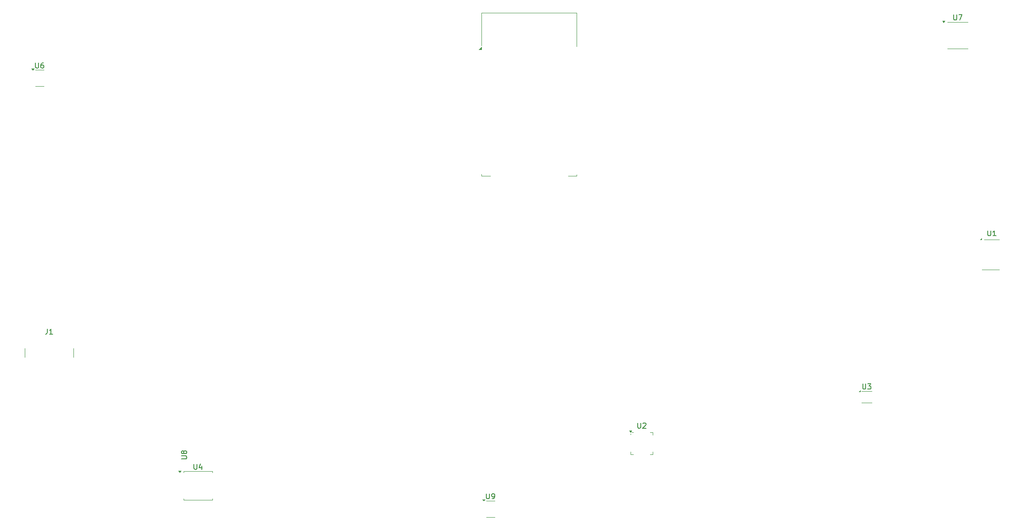
<source format=gbr>
%TF.GenerationSoftware,KiCad,Pcbnew,9.0.0*%
%TF.CreationDate,2025-04-09T11:56:36+05:30*%
%TF.ProjectId,IoT enabled health monitor,496f5420-656e-4616-926c-656420686561,rev?*%
%TF.SameCoordinates,Original*%
%TF.FileFunction,Legend,Top*%
%TF.FilePolarity,Positive*%
%FSLAX46Y46*%
G04 Gerber Fmt 4.6, Leading zero omitted, Abs format (unit mm)*
G04 Created by KiCad (PCBNEW 9.0.0) date 2025-04-09 11:56:36*
%MOMM*%
%LPD*%
G01*
G04 APERTURE LIST*
%ADD10C,0.150000*%
%ADD11C,0.120000*%
G04 APERTURE END LIST*
D10*
X148850595Y-148604819D02*
X148850595Y-149414342D01*
X148850595Y-149414342D02*
X148898214Y-149509580D01*
X148898214Y-149509580D02*
X148945833Y-149557200D01*
X148945833Y-149557200D02*
X149041071Y-149604819D01*
X149041071Y-149604819D02*
X149231547Y-149604819D01*
X149231547Y-149604819D02*
X149326785Y-149557200D01*
X149326785Y-149557200D02*
X149374404Y-149509580D01*
X149374404Y-149509580D02*
X149422023Y-149414342D01*
X149422023Y-149414342D02*
X149422023Y-148604819D01*
X149945833Y-149604819D02*
X150136309Y-149604819D01*
X150136309Y-149604819D02*
X150231547Y-149557200D01*
X150231547Y-149557200D02*
X150279166Y-149509580D01*
X150279166Y-149509580D02*
X150374404Y-149366723D01*
X150374404Y-149366723D02*
X150422023Y-149176247D01*
X150422023Y-149176247D02*
X150422023Y-148795295D01*
X150422023Y-148795295D02*
X150374404Y-148700057D01*
X150374404Y-148700057D02*
X150326785Y-148652438D01*
X150326785Y-148652438D02*
X150231547Y-148604819D01*
X150231547Y-148604819D02*
X150041071Y-148604819D01*
X150041071Y-148604819D02*
X149945833Y-148652438D01*
X149945833Y-148652438D02*
X149898214Y-148700057D01*
X149898214Y-148700057D02*
X149850595Y-148795295D01*
X149850595Y-148795295D02*
X149850595Y-149033390D01*
X149850595Y-149033390D02*
X149898214Y-149128628D01*
X149898214Y-149128628D02*
X149945833Y-149176247D01*
X149945833Y-149176247D02*
X150041071Y-149223866D01*
X150041071Y-149223866D02*
X150231547Y-149223866D01*
X150231547Y-149223866D02*
X150326785Y-149176247D01*
X150326785Y-149176247D02*
X150374404Y-149128628D01*
X150374404Y-149128628D02*
X150422023Y-149033390D01*
X90517319Y-141966904D02*
X91326842Y-141966904D01*
X91326842Y-141966904D02*
X91422080Y-141919285D01*
X91422080Y-141919285D02*
X91469700Y-141871666D01*
X91469700Y-141871666D02*
X91517319Y-141776428D01*
X91517319Y-141776428D02*
X91517319Y-141585952D01*
X91517319Y-141585952D02*
X91469700Y-141490714D01*
X91469700Y-141490714D02*
X91422080Y-141443095D01*
X91422080Y-141443095D02*
X91326842Y-141395476D01*
X91326842Y-141395476D02*
X90517319Y-141395476D01*
X90945890Y-140776428D02*
X90898271Y-140871666D01*
X90898271Y-140871666D02*
X90850652Y-140919285D01*
X90850652Y-140919285D02*
X90755414Y-140966904D01*
X90755414Y-140966904D02*
X90707795Y-140966904D01*
X90707795Y-140966904D02*
X90612557Y-140919285D01*
X90612557Y-140919285D02*
X90564938Y-140871666D01*
X90564938Y-140871666D02*
X90517319Y-140776428D01*
X90517319Y-140776428D02*
X90517319Y-140585952D01*
X90517319Y-140585952D02*
X90564938Y-140490714D01*
X90564938Y-140490714D02*
X90612557Y-140443095D01*
X90612557Y-140443095D02*
X90707795Y-140395476D01*
X90707795Y-140395476D02*
X90755414Y-140395476D01*
X90755414Y-140395476D02*
X90850652Y-140443095D01*
X90850652Y-140443095D02*
X90898271Y-140490714D01*
X90898271Y-140490714D02*
X90945890Y-140585952D01*
X90945890Y-140585952D02*
X90945890Y-140776428D01*
X90945890Y-140776428D02*
X90993509Y-140871666D01*
X90993509Y-140871666D02*
X91041128Y-140919285D01*
X91041128Y-140919285D02*
X91136366Y-140966904D01*
X91136366Y-140966904D02*
X91326842Y-140966904D01*
X91326842Y-140966904D02*
X91422080Y-140919285D01*
X91422080Y-140919285D02*
X91469700Y-140871666D01*
X91469700Y-140871666D02*
X91517319Y-140776428D01*
X91517319Y-140776428D02*
X91517319Y-140585952D01*
X91517319Y-140585952D02*
X91469700Y-140490714D01*
X91469700Y-140490714D02*
X91422080Y-140443095D01*
X91422080Y-140443095D02*
X91326842Y-140395476D01*
X91326842Y-140395476D02*
X91136366Y-140395476D01*
X91136366Y-140395476D02*
X91041128Y-140443095D01*
X91041128Y-140443095D02*
X90993509Y-140490714D01*
X90993509Y-140490714D02*
X90945890Y-140585952D01*
X238263095Y-56899819D02*
X238263095Y-57709342D01*
X238263095Y-57709342D02*
X238310714Y-57804580D01*
X238310714Y-57804580D02*
X238358333Y-57852200D01*
X238358333Y-57852200D02*
X238453571Y-57899819D01*
X238453571Y-57899819D02*
X238644047Y-57899819D01*
X238644047Y-57899819D02*
X238739285Y-57852200D01*
X238739285Y-57852200D02*
X238786904Y-57804580D01*
X238786904Y-57804580D02*
X238834523Y-57709342D01*
X238834523Y-57709342D02*
X238834523Y-56899819D01*
X239215476Y-56899819D02*
X239882142Y-56899819D01*
X239882142Y-56899819D02*
X239453571Y-57899819D01*
X62600595Y-66104819D02*
X62600595Y-66914342D01*
X62600595Y-66914342D02*
X62648214Y-67009580D01*
X62648214Y-67009580D02*
X62695833Y-67057200D01*
X62695833Y-67057200D02*
X62791071Y-67104819D01*
X62791071Y-67104819D02*
X62981547Y-67104819D01*
X62981547Y-67104819D02*
X63076785Y-67057200D01*
X63076785Y-67057200D02*
X63124404Y-67009580D01*
X63124404Y-67009580D02*
X63172023Y-66914342D01*
X63172023Y-66914342D02*
X63172023Y-66104819D01*
X64076785Y-66104819D02*
X63886309Y-66104819D01*
X63886309Y-66104819D02*
X63791071Y-66152438D01*
X63791071Y-66152438D02*
X63743452Y-66200057D01*
X63743452Y-66200057D02*
X63648214Y-66342914D01*
X63648214Y-66342914D02*
X63600595Y-66533390D01*
X63600595Y-66533390D02*
X63600595Y-66914342D01*
X63600595Y-66914342D02*
X63648214Y-67009580D01*
X63648214Y-67009580D02*
X63695833Y-67057200D01*
X63695833Y-67057200D02*
X63791071Y-67104819D01*
X63791071Y-67104819D02*
X63981547Y-67104819D01*
X63981547Y-67104819D02*
X64076785Y-67057200D01*
X64076785Y-67057200D02*
X64124404Y-67009580D01*
X64124404Y-67009580D02*
X64172023Y-66914342D01*
X64172023Y-66914342D02*
X64172023Y-66676247D01*
X64172023Y-66676247D02*
X64124404Y-66581009D01*
X64124404Y-66581009D02*
X64076785Y-66533390D01*
X64076785Y-66533390D02*
X63981547Y-66485771D01*
X63981547Y-66485771D02*
X63791071Y-66485771D01*
X63791071Y-66485771D02*
X63695833Y-66533390D01*
X63695833Y-66533390D02*
X63648214Y-66581009D01*
X63648214Y-66581009D02*
X63600595Y-66676247D01*
X92900595Y-142949819D02*
X92900595Y-143759342D01*
X92900595Y-143759342D02*
X92948214Y-143854580D01*
X92948214Y-143854580D02*
X92995833Y-143902200D01*
X92995833Y-143902200D02*
X93091071Y-143949819D01*
X93091071Y-143949819D02*
X93281547Y-143949819D01*
X93281547Y-143949819D02*
X93376785Y-143902200D01*
X93376785Y-143902200D02*
X93424404Y-143854580D01*
X93424404Y-143854580D02*
X93472023Y-143759342D01*
X93472023Y-143759342D02*
X93472023Y-142949819D01*
X94376785Y-143283152D02*
X94376785Y-143949819D01*
X94138690Y-142902200D02*
X93900595Y-143616485D01*
X93900595Y-143616485D02*
X94519642Y-143616485D01*
X220850595Y-127604819D02*
X220850595Y-128414342D01*
X220850595Y-128414342D02*
X220898214Y-128509580D01*
X220898214Y-128509580D02*
X220945833Y-128557200D01*
X220945833Y-128557200D02*
X221041071Y-128604819D01*
X221041071Y-128604819D02*
X221231547Y-128604819D01*
X221231547Y-128604819D02*
X221326785Y-128557200D01*
X221326785Y-128557200D02*
X221374404Y-128509580D01*
X221374404Y-128509580D02*
X221422023Y-128414342D01*
X221422023Y-128414342D02*
X221422023Y-127604819D01*
X221802976Y-127604819D02*
X222422023Y-127604819D01*
X222422023Y-127604819D02*
X222088690Y-127985771D01*
X222088690Y-127985771D02*
X222231547Y-127985771D01*
X222231547Y-127985771D02*
X222326785Y-128033390D01*
X222326785Y-128033390D02*
X222374404Y-128081009D01*
X222374404Y-128081009D02*
X222422023Y-128176247D01*
X222422023Y-128176247D02*
X222422023Y-128414342D01*
X222422023Y-128414342D02*
X222374404Y-128509580D01*
X222374404Y-128509580D02*
X222326785Y-128557200D01*
X222326785Y-128557200D02*
X222231547Y-128604819D01*
X222231547Y-128604819D02*
X221945833Y-128604819D01*
X221945833Y-128604819D02*
X221850595Y-128557200D01*
X221850595Y-128557200D02*
X221802976Y-128509580D01*
X177788095Y-135079819D02*
X177788095Y-135889342D01*
X177788095Y-135889342D02*
X177835714Y-135984580D01*
X177835714Y-135984580D02*
X177883333Y-136032200D01*
X177883333Y-136032200D02*
X177978571Y-136079819D01*
X177978571Y-136079819D02*
X178169047Y-136079819D01*
X178169047Y-136079819D02*
X178264285Y-136032200D01*
X178264285Y-136032200D02*
X178311904Y-135984580D01*
X178311904Y-135984580D02*
X178359523Y-135889342D01*
X178359523Y-135889342D02*
X178359523Y-135079819D01*
X178788095Y-135175057D02*
X178835714Y-135127438D01*
X178835714Y-135127438D02*
X178930952Y-135079819D01*
X178930952Y-135079819D02*
X179169047Y-135079819D01*
X179169047Y-135079819D02*
X179264285Y-135127438D01*
X179264285Y-135127438D02*
X179311904Y-135175057D01*
X179311904Y-135175057D02*
X179359523Y-135270295D01*
X179359523Y-135270295D02*
X179359523Y-135365533D01*
X179359523Y-135365533D02*
X179311904Y-135508390D01*
X179311904Y-135508390D02*
X178740476Y-136079819D01*
X178740476Y-136079819D02*
X179359523Y-136079819D01*
X244758095Y-98234819D02*
X244758095Y-99044342D01*
X244758095Y-99044342D02*
X244805714Y-99139580D01*
X244805714Y-99139580D02*
X244853333Y-99187200D01*
X244853333Y-99187200D02*
X244948571Y-99234819D01*
X244948571Y-99234819D02*
X245139047Y-99234819D01*
X245139047Y-99234819D02*
X245234285Y-99187200D01*
X245234285Y-99187200D02*
X245281904Y-99139580D01*
X245281904Y-99139580D02*
X245329523Y-99044342D01*
X245329523Y-99044342D02*
X245329523Y-98234819D01*
X246329523Y-99234819D02*
X245758095Y-99234819D01*
X246043809Y-99234819D02*
X246043809Y-98234819D01*
X246043809Y-98234819D02*
X245948571Y-98377676D01*
X245948571Y-98377676D02*
X245853333Y-98472914D01*
X245853333Y-98472914D02*
X245758095Y-98520533D01*
X64846666Y-117054819D02*
X64846666Y-117769104D01*
X64846666Y-117769104D02*
X64799047Y-117911961D01*
X64799047Y-117911961D02*
X64703809Y-118007200D01*
X64703809Y-118007200D02*
X64560952Y-118054819D01*
X64560952Y-118054819D02*
X64465714Y-118054819D01*
X65846666Y-118054819D02*
X65275238Y-118054819D01*
X65560952Y-118054819D02*
X65560952Y-117054819D01*
X65560952Y-117054819D02*
X65465714Y-117197676D01*
X65465714Y-117197676D02*
X65370476Y-117292914D01*
X65370476Y-117292914D02*
X65275238Y-117340533D01*
D11*
%TO.C,U9*%
X149612500Y-149990000D02*
X148812500Y-149990000D01*
X149612500Y-149990000D02*
X150412500Y-149990000D01*
X149612500Y-153110000D02*
X148812500Y-153110000D01*
X149612500Y-153110000D02*
X150412500Y-153110000D01*
X148312500Y-150040000D02*
X148072500Y-149710000D01*
X148552500Y-149710000D01*
X148312500Y-150040000D01*
G36*
X148312500Y-150040000D02*
G01*
X148072500Y-149710000D01*
X148552500Y-149710000D01*
X148312500Y-150040000D01*
G37*
%TO.C,U8*%
X147892500Y-56555000D02*
X166147500Y-56555000D01*
X147892500Y-62805000D02*
X147892500Y-56555000D01*
X147897500Y-87445000D02*
X147897500Y-87805000D01*
X147897500Y-87805000D02*
X149557500Y-87805000D01*
X166137500Y-87545000D02*
X166137500Y-87805000D01*
X166137500Y-87805000D02*
X164477500Y-87805000D01*
X166147500Y-62975000D02*
X166147500Y-56555000D01*
X147892500Y-63530000D02*
X147392500Y-63530000D01*
X147892500Y-63030000D01*
X147892500Y-63530000D01*
G36*
X147892500Y-63530000D02*
G01*
X147392500Y-63530000D01*
X147892500Y-63030000D01*
X147892500Y-63530000D01*
G37*
%TO.C,U7*%
X239025000Y-58285000D02*
X237075000Y-58285000D01*
X239025000Y-58285000D02*
X240975000Y-58285000D01*
X239025000Y-63405000D02*
X237075000Y-63405000D01*
X239025000Y-63405000D02*
X240975000Y-63405000D01*
X236325000Y-58380000D02*
X236085000Y-58050000D01*
X236565000Y-58050000D01*
X236325000Y-58380000D01*
G36*
X236325000Y-58380000D02*
G01*
X236085000Y-58050000D01*
X236565000Y-58050000D01*
X236325000Y-58380000D01*
G37*
%TO.C,U6*%
X63362500Y-67490000D02*
X62562500Y-67490000D01*
X63362500Y-67490000D02*
X64162500Y-67490000D01*
X63362500Y-70610000D02*
X62562500Y-70610000D01*
X63362500Y-70610000D02*
X64162500Y-70610000D01*
X62062500Y-67540000D02*
X61822500Y-67210000D01*
X62302500Y-67210000D01*
X62062500Y-67540000D01*
G36*
X62062500Y-67540000D02*
G01*
X61822500Y-67210000D01*
X62302500Y-67210000D01*
X62062500Y-67540000D01*
G37*
%TO.C,U4*%
X90902500Y-144335000D02*
X90902500Y-144605000D01*
X90902500Y-149855000D02*
X90902500Y-149585000D01*
X93662500Y-144335000D02*
X90902500Y-144335000D01*
X93662500Y-144335000D02*
X96422500Y-144335000D01*
X93662500Y-149855000D02*
X90902500Y-149855000D01*
X93662500Y-149855000D02*
X96422500Y-149855000D01*
X96422500Y-144335000D02*
X96422500Y-144605000D01*
X96422500Y-149855000D02*
X96422500Y-149585000D01*
X90137500Y-144605000D02*
X89897500Y-144275000D01*
X90377500Y-144275000D01*
X90137500Y-144605000D01*
G36*
X90137500Y-144605000D02*
G01*
X89897500Y-144275000D01*
X90377500Y-144275000D01*
X90137500Y-144605000D01*
G37*
%TO.C,U3*%
X220612500Y-128990000D02*
X222612500Y-128990000D01*
X220612500Y-131210000D02*
X222612500Y-131210000D01*
X220372500Y-129090000D02*
X220092500Y-129090000D01*
X220372500Y-128810000D01*
X220372500Y-129090000D01*
G36*
X220372500Y-129090000D02*
G01*
X220092500Y-129090000D01*
X220372500Y-128810000D01*
X220372500Y-129090000D01*
G37*
%TO.C,U2*%
X176400000Y-137315000D02*
X176400000Y-137090000D01*
X176400000Y-141150000D02*
X176400000Y-140625000D01*
X176400000Y-141150000D02*
X176925000Y-141150000D01*
X176925000Y-136850000D02*
X176700000Y-136850000D01*
X180700000Y-136850000D02*
X180175000Y-136850000D01*
X180700000Y-136850000D02*
X180700000Y-137375000D01*
X180700000Y-141150000D02*
X180175000Y-141150000D01*
X180700000Y-141150000D02*
X180700000Y-140625000D01*
X176400000Y-136850000D02*
X176160000Y-136520000D01*
X176640000Y-136520000D01*
X176400000Y-136850000D01*
G36*
X176400000Y-136850000D02*
G01*
X176160000Y-136520000D01*
X176640000Y-136520000D01*
X176400000Y-136850000D01*
G37*
%TO.C,U1*%
X244050000Y-99930000D02*
X246940000Y-99930000D01*
X246960000Y-105750000D02*
X243650000Y-105750000D01*
X243610000Y-100000000D02*
X243330000Y-100000000D01*
X243610000Y-99720000D01*
X243610000Y-100000000D01*
G36*
X243610000Y-100000000D02*
G01*
X243330000Y-100000000D01*
X243610000Y-99720000D01*
X243610000Y-100000000D01*
G37*
%TO.C,J1*%
X60510000Y-122450000D02*
X60510000Y-120750000D01*
X69850000Y-122450000D02*
X69850000Y-120750000D01*
%TD*%
M02*

</source>
